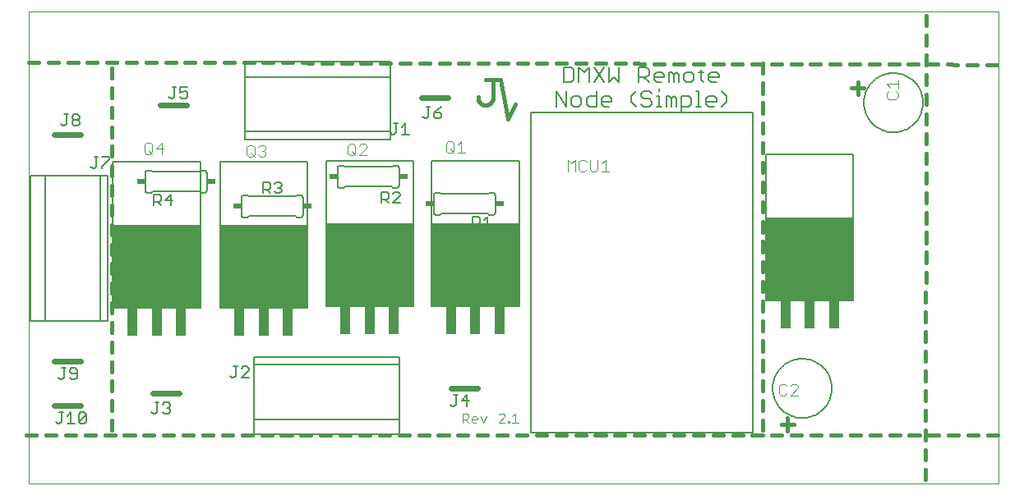
<source format=gto>
G75*
%MOIN*%
%OFA0B0*%
%FSLAX24Y24*%
%IPPOS*%
%LPD*%
%AMOC8*
5,1,8,0,0,1.08239X$1,22.5*
%
%ADD10C,0.0000*%
%ADD11C,0.0160*%
%ADD12C,0.0050*%
%ADD13C,0.0030*%
%ADD14C,0.0040*%
%ADD15C,0.0080*%
%ADD16R,0.3543X0.3346*%
%ADD17R,0.0394X0.1575*%
%ADD18C,0.0060*%
%ADD19R,0.0340X0.0240*%
%ADD20C,0.0240*%
D10*
X002390Y004393D02*
X002390Y023539D01*
X041730Y023539D01*
X041730Y004393D01*
X002390Y004393D01*
D11*
X002290Y006363D02*
X002692Y006363D01*
X003085Y006363D02*
X003488Y006363D01*
X003881Y006363D02*
X004283Y006363D01*
X004677Y006363D02*
X005079Y006363D01*
X005473Y006363D02*
X005875Y006363D01*
X005760Y006543D02*
X005760Y006944D01*
X005760Y007338D02*
X005760Y007738D01*
X005760Y008132D02*
X005760Y008533D01*
X005760Y008927D02*
X005760Y009327D01*
X005760Y009721D02*
X005760Y010122D01*
X005760Y010515D02*
X005760Y010916D01*
X005760Y011310D02*
X005760Y011710D01*
X005760Y012104D02*
X005760Y012505D01*
X005760Y012899D02*
X005760Y013299D01*
X005760Y013693D02*
X005760Y014094D01*
X005760Y014487D02*
X005760Y014888D01*
X005760Y015282D02*
X005760Y015682D01*
X005760Y016076D02*
X005760Y016477D01*
X005760Y016871D02*
X005760Y017271D01*
X005760Y017665D02*
X005760Y018066D01*
X005760Y018459D02*
X005760Y018860D01*
X005760Y019254D02*
X005760Y019654D01*
X005760Y020048D02*
X005760Y020449D01*
X005760Y020843D02*
X005760Y021243D01*
X005561Y021485D02*
X005960Y021484D01*
X006354Y021483D02*
X006753Y021482D01*
X007147Y021481D02*
X007546Y021480D01*
X007940Y021479D02*
X008339Y021478D01*
X008733Y021477D02*
X009132Y021476D01*
X009525Y021475D02*
X009925Y021474D01*
X010318Y021473D02*
X010717Y021472D01*
X011111Y021471D02*
X011510Y021470D01*
X011904Y021469D02*
X012303Y021468D01*
X012697Y021467D02*
X013096Y021466D01*
X013490Y021465D02*
X013889Y021464D01*
X014283Y021463D02*
X014682Y021462D01*
X015075Y021461D02*
X015475Y021460D01*
X015868Y021459D02*
X016268Y021458D01*
X016661Y021457D02*
X017060Y021456D01*
X017454Y021455D02*
X017853Y021454D01*
X018247Y021453D02*
X018646Y021452D01*
X019040Y021451D02*
X019439Y021450D01*
X019833Y021449D02*
X020232Y021448D01*
X020626Y021447D02*
X021025Y021446D01*
X021418Y021445D02*
X021818Y021444D01*
X022211Y021443D02*
X022611Y021442D01*
X023004Y021441D02*
X023403Y021440D01*
X023797Y021439D02*
X024196Y021438D01*
X024590Y021437D02*
X024989Y021436D01*
X025383Y021435D02*
X025782Y021434D01*
X026176Y021433D02*
X026575Y021432D01*
X026969Y021431D02*
X027368Y021430D01*
X027761Y021429D02*
X028161Y021428D01*
X028554Y021427D02*
X028954Y021426D01*
X029347Y021425D02*
X029746Y021424D01*
X030140Y021423D02*
X030539Y021422D01*
X030933Y021421D02*
X031332Y021420D01*
X031726Y021419D02*
X032125Y021418D01*
X032160Y021443D02*
X032160Y021032D01*
X032160Y020638D02*
X032160Y020227D01*
X032160Y019833D02*
X032160Y019422D01*
X032160Y019029D02*
X032160Y018617D01*
X032160Y018224D02*
X032160Y017812D01*
X032160Y017419D02*
X032160Y017007D01*
X032160Y016614D02*
X032160Y016202D01*
X032160Y015809D02*
X032160Y015398D01*
X032160Y015004D02*
X032160Y014593D01*
X032160Y014199D02*
X032160Y013788D01*
X032160Y013394D02*
X032160Y012983D01*
X032160Y012589D02*
X032160Y012178D01*
X032160Y011784D02*
X032160Y011373D01*
X032160Y010979D02*
X032160Y010568D01*
X032160Y010174D02*
X032160Y009763D01*
X032160Y009369D02*
X032160Y008958D01*
X032160Y008564D02*
X032160Y008153D01*
X032160Y007759D02*
X032160Y007348D01*
X032160Y006955D02*
X032160Y006543D01*
X032139Y006363D02*
X031737Y006363D01*
X031343Y006363D02*
X030941Y006363D01*
X030547Y006363D02*
X030145Y006363D01*
X029751Y006363D02*
X029349Y006363D01*
X028956Y006363D02*
X028553Y006363D01*
X028160Y006363D02*
X027757Y006363D01*
X027364Y006363D02*
X026962Y006363D01*
X026568Y006363D02*
X026166Y006363D01*
X025772Y006363D02*
X025370Y006363D01*
X024976Y006363D02*
X024574Y006363D01*
X024180Y006363D02*
X023778Y006363D01*
X023384Y006363D02*
X022982Y006363D01*
X022589Y006363D02*
X022186Y006363D01*
X021793Y006363D02*
X021390Y006363D01*
X020997Y006363D02*
X020595Y006363D01*
X020201Y006363D02*
X019799Y006363D01*
X019405Y006363D02*
X019003Y006363D01*
X018609Y006363D02*
X018207Y006363D01*
X017813Y006363D02*
X017411Y006363D01*
X017017Y006363D02*
X016615Y006363D01*
X016222Y006363D02*
X015819Y006363D01*
X015426Y006363D02*
X015023Y006363D01*
X014630Y006363D02*
X014228Y006363D01*
X013834Y006363D02*
X013432Y006363D01*
X013038Y006363D02*
X012636Y006363D01*
X012242Y006363D02*
X011840Y006363D01*
X011446Y006363D02*
X011044Y006363D01*
X010650Y006363D02*
X010248Y006363D01*
X009855Y006363D02*
X009452Y006363D01*
X009059Y006363D02*
X008657Y006363D01*
X008263Y006363D02*
X007861Y006363D01*
X007467Y006363D02*
X007065Y006363D01*
X006671Y006363D02*
X006269Y006363D01*
X021810Y019193D02*
X022110Y019793D01*
X021810Y019193D02*
X021510Y020793D01*
X020910Y020793D01*
X021210Y020693D02*
X021210Y020093D01*
X021213Y020060D01*
X021212Y020026D01*
X021208Y019993D01*
X021200Y019960D01*
X021188Y019928D01*
X021173Y019898D01*
X021155Y019870D01*
X021134Y019844D01*
X021110Y019820D01*
X021084Y019800D01*
X021055Y019782D01*
X021025Y019768D01*
X020993Y019757D01*
X020960Y019749D01*
X020927Y019745D01*
X020893Y019745D01*
X020860Y019749D01*
X020827Y019757D01*
X020795Y019768D01*
X020765Y019782D01*
X020736Y019800D01*
X020710Y019820D01*
X020686Y019844D01*
X020665Y019870D01*
X020647Y019898D01*
X020632Y019928D01*
X020620Y019960D01*
X020612Y019993D01*
X020608Y020026D01*
X020607Y020060D01*
X020610Y020093D01*
X032519Y021417D02*
X032918Y021416D01*
X033312Y021415D02*
X033711Y021414D01*
X034104Y021413D02*
X034504Y021411D01*
X034897Y021410D02*
X035297Y021409D01*
X035690Y021408D02*
X036089Y021407D01*
X036483Y021406D02*
X036882Y021405D01*
X037276Y021404D02*
X037675Y021403D01*
X038069Y021402D02*
X038468Y021401D01*
X038794Y021380D02*
X038795Y021789D01*
X038796Y022183D02*
X038797Y022591D01*
X038798Y022985D02*
X038800Y023393D01*
X038862Y021400D02*
X039261Y021399D01*
X039655Y021398D02*
X040054Y021397D01*
X040447Y021396D02*
X040847Y021395D01*
X041240Y021394D02*
X041640Y021393D01*
X038793Y020987D02*
X038792Y020578D01*
X038791Y020184D02*
X038790Y019776D01*
X038789Y019382D02*
X038788Y018974D01*
X038787Y018580D02*
X038786Y018171D01*
X038785Y017778D02*
X038784Y017369D01*
X038783Y016975D02*
X038781Y016567D01*
X038780Y016173D02*
X038779Y015765D01*
X038778Y015371D02*
X038777Y014962D01*
X038776Y014569D02*
X038775Y014160D01*
X038774Y013766D02*
X038773Y013358D01*
X038772Y012964D02*
X038771Y012556D01*
X038770Y012162D02*
X038769Y011753D01*
X038768Y011360D02*
X038767Y010951D01*
X038765Y010558D02*
X038764Y010149D01*
X038763Y009755D02*
X038762Y009347D01*
X038761Y008953D02*
X038760Y008544D01*
X038759Y008151D02*
X038758Y007742D01*
X038757Y007349D02*
X038756Y006940D01*
X038755Y006546D02*
X038754Y006138D01*
X038900Y006363D02*
X039302Y006363D01*
X039696Y006363D02*
X040098Y006363D01*
X040491Y006363D02*
X040894Y006363D01*
X041287Y006363D02*
X041690Y006363D01*
X038753Y005744D02*
X038752Y005336D01*
X038751Y004942D02*
X038750Y004533D01*
X038506Y006363D02*
X038104Y006363D01*
X037710Y006363D02*
X037308Y006363D01*
X036914Y006363D02*
X036512Y006363D01*
X036118Y006363D02*
X035716Y006363D01*
X035323Y006363D02*
X034920Y006363D01*
X034527Y006363D02*
X034124Y006363D01*
X033731Y006363D02*
X033329Y006363D01*
X033160Y006526D02*
X033160Y007041D01*
X032912Y006793D02*
X033427Y006793D01*
X032935Y006363D02*
X032533Y006363D01*
X036010Y020176D02*
X036010Y020691D01*
X036257Y020443D02*
X035742Y020443D01*
X005167Y021486D02*
X004768Y021487D01*
X004374Y021488D02*
X003975Y021489D01*
X003582Y021490D02*
X003182Y021491D01*
X002789Y021492D02*
X002390Y021493D01*
D12*
X003835Y019369D02*
X003985Y019369D01*
X003910Y019369D02*
X003910Y018993D01*
X003835Y018918D01*
X003760Y018918D01*
X003685Y018993D01*
X004145Y018993D02*
X004145Y019068D01*
X004220Y019143D01*
X004370Y019143D01*
X004445Y019068D01*
X004445Y018993D01*
X004370Y018918D01*
X004220Y018918D01*
X004145Y018993D01*
X004220Y019143D02*
X004145Y019219D01*
X004145Y019294D01*
X004220Y019369D01*
X004370Y019369D01*
X004445Y019294D01*
X004445Y019219D01*
X004370Y019143D01*
X005046Y017631D02*
X005196Y017631D01*
X005121Y017631D02*
X005121Y017255D01*
X005046Y017180D01*
X004971Y017180D01*
X004896Y017255D01*
X005356Y017255D02*
X005356Y017180D01*
X005356Y017255D02*
X005657Y017556D01*
X005657Y017631D01*
X005356Y017631D01*
X005800Y017445D02*
X005800Y011528D01*
X009344Y011528D01*
X009344Y017445D01*
X005800Y017445D01*
X007464Y016119D02*
X007689Y016119D01*
X007764Y016044D01*
X007764Y015893D01*
X007689Y015818D01*
X007464Y015818D01*
X007464Y015668D02*
X007464Y016119D01*
X007924Y015893D02*
X008224Y015893D01*
X008149Y015668D02*
X008149Y016119D01*
X007924Y015893D01*
X007764Y015668D02*
X007614Y015818D01*
X010144Y017445D02*
X010144Y011528D01*
X013687Y011528D01*
X013687Y017445D01*
X010144Y017445D01*
X011885Y016619D02*
X012110Y016619D01*
X012185Y016544D01*
X012185Y016393D01*
X012110Y016318D01*
X011885Y016318D01*
X012035Y016318D02*
X012185Y016168D01*
X012345Y016243D02*
X012420Y016168D01*
X012570Y016168D01*
X012645Y016243D01*
X012645Y016318D01*
X012570Y016393D01*
X012495Y016393D01*
X012570Y016393D02*
X012645Y016469D01*
X012645Y016544D01*
X012570Y016619D01*
X012420Y016619D01*
X012345Y016544D01*
X011885Y016619D02*
X011885Y016168D01*
X014438Y017495D02*
X014438Y011578D01*
X017981Y011578D01*
X017981Y017495D01*
X014438Y017495D01*
X016685Y016219D02*
X016910Y016219D01*
X016985Y016144D01*
X016985Y015993D01*
X016910Y015918D01*
X016685Y015918D01*
X016835Y015918D02*
X016985Y015768D01*
X017145Y015768D02*
X017445Y016069D01*
X017445Y016144D01*
X017370Y016219D01*
X017220Y016219D01*
X017145Y016144D01*
X016685Y016219D02*
X016685Y015768D01*
X017145Y015768D02*
X017445Y015768D01*
X020385Y015219D02*
X020385Y014768D01*
X020385Y014918D02*
X020610Y014918D01*
X020685Y014993D01*
X020685Y015144D01*
X020610Y015219D01*
X020385Y015219D01*
X020535Y014918D02*
X020685Y014768D01*
X020845Y014768D02*
X021145Y014768D01*
X020995Y014768D02*
X020995Y015219D01*
X020845Y015069D01*
X022275Y017495D02*
X018732Y017495D01*
X018732Y011578D01*
X022275Y011578D01*
X022275Y017495D01*
X022760Y019443D02*
X022760Y006443D01*
X031760Y006443D01*
X031760Y019443D01*
X022760Y019443D01*
X023789Y019693D02*
X023789Y020304D01*
X024196Y019693D01*
X024196Y020304D01*
X024499Y020100D02*
X024397Y019999D01*
X024397Y019795D01*
X024499Y019693D01*
X024702Y019693D01*
X024804Y019795D01*
X024804Y019999D01*
X024702Y020100D01*
X024499Y020100D01*
X025005Y019999D02*
X025107Y020100D01*
X025412Y020100D01*
X025412Y020304D02*
X025412Y019693D01*
X025107Y019693D01*
X025005Y019795D01*
X025005Y019999D01*
X025613Y019999D02*
X025613Y019795D01*
X025714Y019693D01*
X025918Y019693D01*
X026020Y019897D02*
X025613Y019897D01*
X025613Y019999D02*
X025714Y020100D01*
X025918Y020100D01*
X026020Y019999D01*
X026020Y019897D01*
X026828Y019897D02*
X027032Y019693D01*
X027233Y019795D02*
X027335Y019693D01*
X027538Y019693D01*
X027640Y019795D01*
X027640Y019897D01*
X027538Y019999D01*
X027335Y019999D01*
X027233Y020100D01*
X027233Y020202D01*
X027335Y020304D01*
X027538Y020304D01*
X027640Y020202D01*
X027841Y020100D02*
X027943Y020100D01*
X027943Y019693D01*
X028044Y019693D02*
X027841Y019693D01*
X028246Y019693D02*
X028246Y020100D01*
X028348Y020100D01*
X028450Y019999D01*
X028551Y020100D01*
X028653Y019999D01*
X028653Y019693D01*
X028854Y019693D02*
X029159Y019693D01*
X029261Y019795D01*
X029261Y019999D01*
X029159Y020100D01*
X028854Y020100D01*
X028854Y019490D01*
X028450Y019693D02*
X028450Y019999D01*
X027943Y020304D02*
X027943Y020406D01*
X027841Y020683D02*
X027740Y020785D01*
X027740Y020989D01*
X027841Y021090D01*
X028045Y021090D01*
X028147Y020989D01*
X028147Y020887D01*
X027740Y020887D01*
X027539Y020989D02*
X027539Y021192D01*
X027437Y021294D01*
X027132Y021294D01*
X027132Y020683D01*
X027132Y020887D02*
X027437Y020887D01*
X027539Y020989D01*
X027335Y020887D02*
X027539Y020683D01*
X027841Y020683D02*
X028045Y020683D01*
X028347Y020683D02*
X028347Y021090D01*
X028449Y021090D01*
X028551Y020989D01*
X028653Y021090D01*
X028754Y020989D01*
X028754Y020683D01*
X028551Y020683D02*
X028551Y020989D01*
X028955Y020989D02*
X028955Y020785D01*
X029057Y020683D01*
X029260Y020683D01*
X029362Y020785D01*
X029362Y020989D01*
X029260Y021090D01*
X029057Y021090D01*
X028955Y020989D01*
X029563Y021090D02*
X029766Y021090D01*
X029665Y021192D02*
X029665Y020785D01*
X029766Y020683D01*
X029968Y020785D02*
X029968Y020989D01*
X030070Y021090D01*
X030273Y021090D01*
X030375Y020989D01*
X030375Y020887D01*
X029968Y020887D01*
X029968Y020785D02*
X030070Y020683D01*
X030273Y020683D01*
X030474Y020304D02*
X030678Y020100D01*
X030678Y019897D01*
X030474Y019693D01*
X030274Y019897D02*
X029867Y019897D01*
X029867Y019999D02*
X029968Y020100D01*
X030172Y020100D01*
X030274Y019999D01*
X030274Y019897D01*
X030172Y019693D02*
X029968Y019693D01*
X029867Y019795D01*
X029867Y019999D01*
X029665Y019693D02*
X029462Y019693D01*
X029563Y019693D02*
X029563Y020304D01*
X029462Y020304D01*
X027032Y020304D02*
X026828Y020100D01*
X026828Y019897D01*
X026324Y020683D02*
X026324Y021294D01*
X025917Y021294D02*
X025917Y020683D01*
X026120Y020887D01*
X026324Y020683D01*
X025716Y020683D02*
X025309Y021294D01*
X025108Y021294D02*
X024905Y021090D01*
X024701Y021294D01*
X024701Y020683D01*
X024500Y020785D02*
X024500Y021192D01*
X024399Y021294D01*
X024093Y021294D01*
X024093Y020683D01*
X024399Y020683D01*
X024500Y020785D01*
X025108Y020683D02*
X025108Y021294D01*
X025716Y021294D02*
X025309Y020683D01*
X019124Y019669D02*
X018974Y019594D01*
X018824Y019443D01*
X019049Y019443D01*
X019124Y019368D01*
X019124Y019293D01*
X019049Y019218D01*
X018899Y019218D01*
X018824Y019293D01*
X018824Y019443D01*
X018664Y019669D02*
X018514Y019669D01*
X018589Y019669D02*
X018589Y019293D01*
X018514Y019218D01*
X018439Y019218D01*
X018364Y019293D01*
X017663Y019007D02*
X017663Y018556D01*
X017513Y018556D02*
X017813Y018556D01*
X017513Y018856D02*
X017663Y019007D01*
X017352Y019007D02*
X017202Y019007D01*
X017277Y019007D02*
X017277Y018631D01*
X017202Y018556D01*
X017127Y018556D01*
X017052Y018631D01*
X017060Y020693D02*
X017060Y020893D01*
X011160Y020893D01*
X008824Y020469D02*
X008524Y020469D01*
X008524Y020243D01*
X008674Y020319D01*
X008749Y020319D01*
X008824Y020243D01*
X008824Y020093D01*
X008749Y020018D01*
X008599Y020018D01*
X008524Y020093D01*
X008289Y020093D02*
X008289Y020469D01*
X008214Y020469D02*
X008364Y020469D01*
X008289Y020093D02*
X008214Y020018D01*
X008139Y020018D01*
X008064Y020093D01*
X003260Y016893D02*
X003060Y016893D01*
X003060Y010993D01*
X003735Y009069D02*
X003885Y009069D01*
X003810Y009069D02*
X003810Y008693D01*
X003735Y008618D01*
X003660Y008618D01*
X003585Y008693D01*
X004045Y008693D02*
X004120Y008618D01*
X004270Y008618D01*
X004345Y008693D01*
X004345Y008994D01*
X004270Y009069D01*
X004120Y009069D01*
X004045Y008994D01*
X004045Y008919D01*
X004120Y008843D01*
X004345Y008843D01*
X004480Y007269D02*
X004630Y007269D01*
X004706Y007194D01*
X004405Y006893D01*
X004480Y006818D01*
X004630Y006818D01*
X004706Y006893D01*
X004706Y007194D01*
X004480Y007269D02*
X004405Y007194D01*
X004405Y006893D01*
X004245Y006818D02*
X003945Y006818D01*
X004095Y006818D02*
X004095Y007269D01*
X003945Y007119D01*
X003785Y007269D02*
X003635Y007269D01*
X003710Y007269D02*
X003710Y006893D01*
X003635Y006818D01*
X003560Y006818D01*
X003485Y006893D01*
X007364Y007293D02*
X007439Y007218D01*
X007514Y007218D01*
X007589Y007293D01*
X007589Y007669D01*
X007514Y007669D02*
X007664Y007669D01*
X007824Y007594D02*
X007899Y007669D01*
X008049Y007669D01*
X008124Y007594D01*
X008124Y007519D01*
X008049Y007443D01*
X008124Y007368D01*
X008124Y007293D01*
X008049Y007218D01*
X007899Y007218D01*
X007824Y007293D01*
X007974Y007443D02*
X008049Y007443D01*
X010546Y008755D02*
X010621Y008680D01*
X010696Y008680D01*
X010771Y008755D01*
X010771Y009131D01*
X010696Y009131D02*
X010846Y009131D01*
X011006Y009056D02*
X011081Y009131D01*
X011232Y009131D01*
X011307Y009056D01*
X011307Y008981D01*
X011006Y008680D01*
X011307Y008680D01*
X011510Y007193D02*
X011510Y006993D01*
X017410Y006993D01*
X019485Y007593D02*
X019560Y007518D01*
X019635Y007518D01*
X019710Y007593D01*
X019710Y007969D01*
X019635Y007969D02*
X019785Y007969D01*
X019945Y007743D02*
X020245Y007743D01*
X020170Y007518D02*
X020170Y007969D01*
X019945Y007743D01*
X032288Y011828D02*
X032288Y017745D01*
X035831Y017745D01*
X035831Y011828D01*
X032288Y011828D01*
D13*
X022247Y006858D02*
X022000Y006858D01*
X021878Y006858D02*
X021816Y006858D01*
X021816Y006920D01*
X021878Y006920D01*
X021878Y006858D01*
X021695Y006858D02*
X021448Y006858D01*
X021695Y007105D01*
X021695Y007167D01*
X021633Y007229D01*
X021509Y007229D01*
X021448Y007167D01*
X020958Y007105D02*
X020835Y006858D01*
X020711Y007105D01*
X020590Y007043D02*
X020528Y007105D01*
X020405Y007105D01*
X020343Y007043D01*
X020343Y006920D01*
X020405Y006858D01*
X020528Y006858D01*
X020590Y006982D02*
X020343Y006982D01*
X020221Y007043D02*
X020160Y006982D01*
X019975Y006982D01*
X020098Y006982D02*
X020221Y006858D01*
X020221Y007043D02*
X020221Y007167D01*
X020160Y007229D01*
X019975Y007229D01*
X019975Y006858D01*
X020590Y006982D02*
X020590Y007043D01*
X022000Y007105D02*
X022124Y007229D01*
X022124Y006858D01*
D14*
X032830Y008040D02*
X032906Y007963D01*
X033060Y007963D01*
X033136Y008040D01*
X033290Y007963D02*
X033597Y008270D01*
X033597Y008347D01*
X033520Y008424D01*
X033367Y008424D01*
X033290Y008347D01*
X033136Y008347D02*
X033060Y008424D01*
X032906Y008424D01*
X032830Y008347D01*
X032830Y008040D01*
X033290Y007963D02*
X033597Y007963D01*
X033140Y012263D02*
X033140Y012417D01*
X033140Y012340D02*
X032679Y012340D01*
X032679Y012263D02*
X032679Y012417D01*
X032756Y012570D02*
X033063Y012570D01*
X033140Y012647D01*
X033140Y012800D01*
X033063Y012877D01*
X033140Y013031D02*
X033140Y013338D01*
X033140Y013184D02*
X032679Y013184D01*
X032833Y013031D01*
X032756Y012877D02*
X032679Y012800D01*
X032679Y012647D01*
X032756Y012570D01*
X025926Y017063D02*
X025619Y017063D01*
X025773Y017063D02*
X025773Y017524D01*
X025619Y017370D01*
X025466Y017524D02*
X025466Y017140D01*
X025389Y017063D01*
X025235Y017063D01*
X025159Y017140D01*
X025159Y017524D01*
X025005Y017447D02*
X024929Y017524D01*
X024775Y017524D01*
X024698Y017447D01*
X024698Y017140D01*
X024775Y017063D01*
X024929Y017063D01*
X025005Y017140D01*
X024545Y017063D02*
X024545Y017524D01*
X024391Y017370D01*
X024238Y017524D01*
X024238Y017063D01*
X020091Y017813D02*
X019784Y017813D01*
X019937Y017813D02*
X019937Y018274D01*
X019784Y018120D01*
X019630Y018197D02*
X019630Y017890D01*
X019553Y017813D01*
X019400Y017813D01*
X019323Y017890D01*
X019323Y018197D01*
X019400Y018274D01*
X019553Y018274D01*
X019630Y018197D01*
X019477Y017967D02*
X019630Y017813D01*
X016097Y017713D02*
X015790Y017713D01*
X016097Y018020D01*
X016097Y018097D01*
X016020Y018174D01*
X015867Y018174D01*
X015790Y018097D01*
X015636Y018097D02*
X015636Y017790D01*
X015560Y017713D01*
X015406Y017713D01*
X015330Y017790D01*
X015330Y018097D01*
X015406Y018174D01*
X015560Y018174D01*
X015636Y018097D01*
X015483Y017867D02*
X015636Y017713D01*
X012003Y017740D02*
X011926Y017663D01*
X011773Y017663D01*
X011696Y017740D01*
X011543Y017740D02*
X011466Y017663D01*
X011313Y017663D01*
X011236Y017740D01*
X011236Y018047D01*
X011313Y018124D01*
X011466Y018124D01*
X011543Y018047D01*
X011543Y017740D01*
X011543Y017663D02*
X011389Y017817D01*
X011696Y018047D02*
X011773Y018124D01*
X011926Y018124D01*
X012003Y018047D01*
X012003Y017970D01*
X011926Y017894D01*
X012003Y017817D01*
X012003Y017740D01*
X011926Y017894D02*
X011850Y017894D01*
X007859Y017994D02*
X007553Y017994D01*
X007783Y018224D01*
X007783Y017763D01*
X007399Y017763D02*
X007246Y017917D01*
X007399Y017840D02*
X007322Y017763D01*
X007169Y017763D01*
X007092Y017840D01*
X007092Y018147D01*
X007169Y018224D01*
X007322Y018224D01*
X007399Y018147D01*
X007399Y017840D01*
X037179Y020069D02*
X037256Y019993D01*
X037563Y019993D01*
X037640Y020069D01*
X037640Y020223D01*
X037563Y020299D01*
X037640Y020453D02*
X037640Y020760D01*
X037640Y020606D02*
X037179Y020606D01*
X037333Y020453D01*
X037256Y020299D02*
X037179Y020223D01*
X037179Y020069D01*
D15*
X036260Y019843D02*
X036262Y019912D01*
X036268Y019981D01*
X036278Y020049D01*
X036292Y020117D01*
X036309Y020184D01*
X036331Y020250D01*
X036356Y020314D01*
X036385Y020377D01*
X036418Y020438D01*
X036454Y020497D01*
X036493Y020554D01*
X036536Y020608D01*
X036581Y020660D01*
X036630Y020710D01*
X036681Y020756D01*
X036735Y020799D01*
X036792Y020840D01*
X036850Y020876D01*
X036911Y020910D01*
X036973Y020940D01*
X037037Y020966D01*
X037102Y020988D01*
X037169Y021007D01*
X037237Y021022D01*
X037305Y021033D01*
X037374Y021040D01*
X037443Y021043D01*
X037512Y021042D01*
X037581Y021037D01*
X037649Y021028D01*
X037717Y021015D01*
X037784Y020998D01*
X037851Y020978D01*
X037915Y020953D01*
X037978Y020925D01*
X038040Y020894D01*
X038099Y020858D01*
X038157Y020820D01*
X038212Y020778D01*
X038265Y020733D01*
X038315Y020685D01*
X038362Y020635D01*
X038406Y020581D01*
X038447Y020526D01*
X038485Y020468D01*
X038519Y020408D01*
X038550Y020346D01*
X038577Y020282D01*
X038600Y020217D01*
X038620Y020151D01*
X038636Y020083D01*
X038648Y020015D01*
X038656Y019947D01*
X038660Y019878D01*
X038660Y019808D01*
X038656Y019739D01*
X038648Y019671D01*
X038636Y019603D01*
X038620Y019535D01*
X038600Y019469D01*
X038577Y019404D01*
X038550Y019340D01*
X038519Y019278D01*
X038485Y019218D01*
X038447Y019160D01*
X038406Y019105D01*
X038362Y019051D01*
X038315Y019001D01*
X038265Y018953D01*
X038212Y018908D01*
X038157Y018866D01*
X038099Y018828D01*
X038040Y018792D01*
X037978Y018761D01*
X037915Y018733D01*
X037851Y018708D01*
X037784Y018688D01*
X037717Y018671D01*
X037649Y018658D01*
X037581Y018649D01*
X037512Y018644D01*
X037443Y018643D01*
X037374Y018646D01*
X037305Y018653D01*
X037237Y018664D01*
X037169Y018679D01*
X037102Y018698D01*
X037037Y018720D01*
X036973Y018746D01*
X036911Y018776D01*
X036850Y018810D01*
X036792Y018846D01*
X036735Y018887D01*
X036681Y018930D01*
X036630Y018976D01*
X036581Y019026D01*
X036536Y019078D01*
X036493Y019132D01*
X036454Y019189D01*
X036418Y019248D01*
X036385Y019309D01*
X036356Y019372D01*
X036331Y019436D01*
X036309Y019502D01*
X036292Y019569D01*
X036278Y019637D01*
X036268Y019705D01*
X036262Y019774D01*
X036260Y019843D01*
X032560Y008243D02*
X032562Y008312D01*
X032568Y008381D01*
X032578Y008449D01*
X032592Y008517D01*
X032609Y008584D01*
X032631Y008650D01*
X032656Y008714D01*
X032685Y008777D01*
X032718Y008838D01*
X032754Y008897D01*
X032793Y008954D01*
X032836Y009008D01*
X032881Y009060D01*
X032930Y009110D01*
X032981Y009156D01*
X033035Y009199D01*
X033092Y009240D01*
X033150Y009276D01*
X033211Y009310D01*
X033273Y009340D01*
X033337Y009366D01*
X033402Y009388D01*
X033469Y009407D01*
X033537Y009422D01*
X033605Y009433D01*
X033674Y009440D01*
X033743Y009443D01*
X033812Y009442D01*
X033881Y009437D01*
X033949Y009428D01*
X034017Y009415D01*
X034084Y009398D01*
X034151Y009378D01*
X034215Y009353D01*
X034278Y009325D01*
X034340Y009294D01*
X034399Y009258D01*
X034457Y009220D01*
X034512Y009178D01*
X034565Y009133D01*
X034615Y009085D01*
X034662Y009035D01*
X034706Y008981D01*
X034747Y008926D01*
X034785Y008868D01*
X034819Y008808D01*
X034850Y008746D01*
X034877Y008682D01*
X034900Y008617D01*
X034920Y008551D01*
X034936Y008483D01*
X034948Y008415D01*
X034956Y008347D01*
X034960Y008278D01*
X034960Y008208D01*
X034956Y008139D01*
X034948Y008071D01*
X034936Y008003D01*
X034920Y007935D01*
X034900Y007869D01*
X034877Y007804D01*
X034850Y007740D01*
X034819Y007678D01*
X034785Y007618D01*
X034747Y007560D01*
X034706Y007505D01*
X034662Y007451D01*
X034615Y007401D01*
X034565Y007353D01*
X034512Y007308D01*
X034457Y007266D01*
X034399Y007228D01*
X034340Y007192D01*
X034278Y007161D01*
X034215Y007133D01*
X034151Y007108D01*
X034084Y007088D01*
X034017Y007071D01*
X033949Y007058D01*
X033881Y007049D01*
X033812Y007044D01*
X033743Y007043D01*
X033674Y007046D01*
X033605Y007053D01*
X033537Y007064D01*
X033469Y007079D01*
X033402Y007098D01*
X033337Y007120D01*
X033273Y007146D01*
X033211Y007176D01*
X033150Y007210D01*
X033092Y007246D01*
X033035Y007287D01*
X032981Y007330D01*
X032930Y007376D01*
X032881Y007426D01*
X032836Y007478D01*
X032793Y007532D01*
X032754Y007589D01*
X032718Y007648D01*
X032685Y007709D01*
X032656Y007772D01*
X032631Y007836D01*
X032609Y007902D01*
X032592Y007969D01*
X032578Y008037D01*
X032568Y008105D01*
X032562Y008174D01*
X032560Y008243D01*
D16*
X034060Y013517D03*
X020503Y013267D03*
X016210Y013267D03*
X011916Y013217D03*
X007572Y013217D03*
D17*
X007572Y011150D03*
X008556Y011150D03*
X006588Y011150D03*
X010932Y011150D03*
X011916Y011150D03*
X012900Y011150D03*
X015225Y011200D03*
X016210Y011200D03*
X017194Y011200D03*
X019519Y011200D03*
X020503Y011200D03*
X021487Y011200D03*
X033075Y011450D03*
X034060Y011450D03*
X035044Y011450D03*
D18*
X021310Y015393D02*
X021310Y016093D01*
X021308Y016110D01*
X021304Y016127D01*
X021297Y016143D01*
X021287Y016157D01*
X021274Y016170D01*
X021260Y016180D01*
X021244Y016187D01*
X021227Y016191D01*
X021210Y016193D01*
X021060Y016193D01*
X021010Y016143D01*
X019110Y016143D01*
X019060Y016193D01*
X018910Y016193D01*
X018893Y016191D01*
X018876Y016187D01*
X018860Y016180D01*
X018846Y016170D01*
X018833Y016157D01*
X018823Y016143D01*
X018816Y016127D01*
X018812Y016110D01*
X018810Y016093D01*
X018810Y015393D01*
X018812Y015376D01*
X018816Y015359D01*
X018823Y015343D01*
X018833Y015329D01*
X018846Y015316D01*
X018860Y015306D01*
X018876Y015299D01*
X018893Y015295D01*
X018910Y015293D01*
X019060Y015293D01*
X019110Y015343D01*
X021010Y015343D01*
X021060Y015293D01*
X021210Y015293D01*
X021227Y015295D01*
X021244Y015299D01*
X021260Y015306D01*
X021274Y015316D01*
X021287Y015329D01*
X021297Y015343D01*
X021304Y015359D01*
X021308Y015376D01*
X021310Y015393D01*
X017410Y016493D02*
X017410Y017193D01*
X017408Y017210D01*
X017404Y017227D01*
X017397Y017243D01*
X017387Y017257D01*
X017374Y017270D01*
X017360Y017280D01*
X017344Y017287D01*
X017327Y017291D01*
X017310Y017293D01*
X017160Y017293D01*
X017110Y017243D01*
X015210Y017243D01*
X015160Y017293D01*
X015010Y017293D01*
X014993Y017291D01*
X014976Y017287D01*
X014960Y017280D01*
X014946Y017270D01*
X014933Y017257D01*
X014923Y017243D01*
X014916Y017227D01*
X014912Y017210D01*
X014910Y017193D01*
X014910Y016493D01*
X014912Y016476D01*
X014916Y016459D01*
X014923Y016443D01*
X014933Y016429D01*
X014946Y016416D01*
X014960Y016406D01*
X014976Y016399D01*
X014993Y016395D01*
X015010Y016393D01*
X015160Y016393D01*
X015210Y016443D01*
X017110Y016443D01*
X017160Y016393D01*
X017310Y016393D01*
X017327Y016395D01*
X017344Y016399D01*
X017360Y016406D01*
X017374Y016416D01*
X017387Y016429D01*
X017397Y016443D01*
X017404Y016459D01*
X017408Y016476D01*
X017410Y016493D01*
X017058Y018361D02*
X017058Y018681D01*
X017058Y021501D01*
X011158Y021501D01*
X011158Y018681D01*
X011158Y018361D01*
X017058Y018361D01*
X017058Y018681D02*
X011158Y018681D01*
X009510Y017093D02*
X009360Y017093D01*
X009310Y017043D01*
X007410Y017043D01*
X007360Y017093D01*
X007210Y017093D01*
X007193Y017091D01*
X007176Y017087D01*
X007160Y017080D01*
X007146Y017070D01*
X007133Y017057D01*
X007123Y017043D01*
X007116Y017027D01*
X007112Y017010D01*
X007110Y016993D01*
X007110Y016293D01*
X007112Y016276D01*
X007116Y016259D01*
X007123Y016243D01*
X007133Y016229D01*
X007146Y016216D01*
X007160Y016206D01*
X007176Y016199D01*
X007193Y016195D01*
X007210Y016193D01*
X007360Y016193D01*
X007410Y016243D01*
X009310Y016243D01*
X009360Y016193D01*
X009510Y016193D01*
X009527Y016195D01*
X009544Y016199D01*
X009560Y016206D01*
X009574Y016216D01*
X009587Y016229D01*
X009597Y016243D01*
X009604Y016259D01*
X009608Y016276D01*
X009610Y016293D01*
X009610Y016993D01*
X009608Y017010D01*
X009604Y017027D01*
X009597Y017043D01*
X009587Y017057D01*
X009574Y017070D01*
X009560Y017080D01*
X009544Y017087D01*
X009527Y017091D01*
X009510Y017093D01*
X011110Y016093D02*
X011260Y016093D01*
X011310Y016043D01*
X013210Y016043D01*
X013260Y016093D01*
X013410Y016093D01*
X013427Y016091D01*
X013444Y016087D01*
X013460Y016080D01*
X013474Y016070D01*
X013487Y016057D01*
X013497Y016043D01*
X013504Y016027D01*
X013508Y016010D01*
X013510Y015993D01*
X013510Y015293D01*
X013508Y015276D01*
X013504Y015259D01*
X013497Y015243D01*
X013487Y015229D01*
X013474Y015216D01*
X013460Y015206D01*
X013444Y015199D01*
X013427Y015195D01*
X013410Y015193D01*
X013260Y015193D01*
X013210Y015243D01*
X011310Y015243D01*
X011260Y015193D01*
X011110Y015193D01*
X011093Y015195D01*
X011076Y015199D01*
X011060Y015206D01*
X011046Y015216D01*
X011033Y015229D01*
X011023Y015243D01*
X011016Y015259D01*
X011012Y015276D01*
X011010Y015293D01*
X011010Y015993D01*
X011012Y016010D01*
X011016Y016027D01*
X011023Y016043D01*
X011033Y016057D01*
X011046Y016070D01*
X011060Y016080D01*
X011076Y016087D01*
X011093Y016091D01*
X011110Y016093D01*
X005592Y016892D02*
X005272Y016892D01*
X002452Y016892D01*
X002452Y010992D01*
X005272Y010992D01*
X005592Y010992D01*
X005592Y016892D01*
X005272Y016892D02*
X005272Y010992D01*
X011511Y009526D02*
X011511Y009206D01*
X011511Y006385D01*
X017411Y006385D01*
X017411Y009206D01*
X017411Y009526D01*
X011511Y009526D01*
X011511Y009206D02*
X017411Y009206D01*
D19*
X018640Y015743D03*
X017580Y016843D03*
X014740Y016843D03*
X013680Y015643D03*
X010840Y015643D03*
X009780Y016643D03*
X006940Y016643D03*
X021480Y015743D03*
D20*
X019390Y020043D02*
X018330Y020043D01*
X008790Y019743D02*
X007730Y019743D01*
X004490Y018543D02*
X003430Y018543D01*
X003430Y009343D02*
X004490Y009343D01*
X007430Y008043D02*
X008490Y008043D01*
X004490Y007543D02*
X003430Y007543D01*
X019530Y008243D02*
X020590Y008243D01*
M02*

</source>
